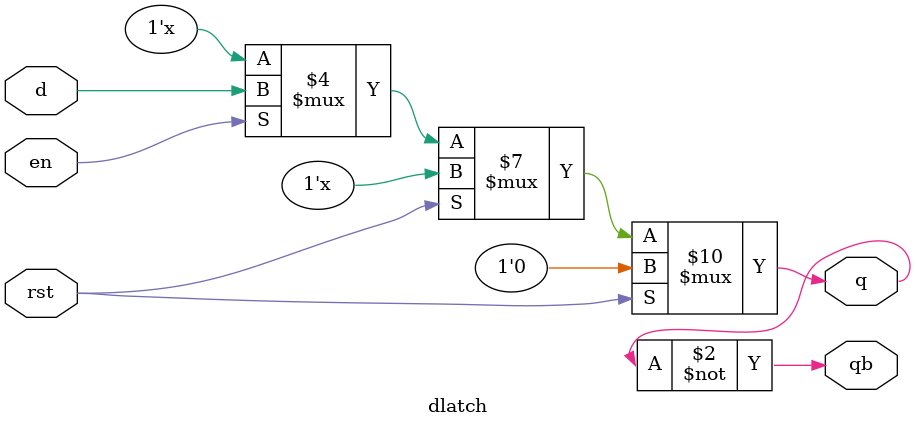
<source format=v>
module dlatch(d,en,rst,q,qb);
  input d,en,rst;
  output q,qb;
  reg q;
  always @(en,rst,d)
    begin 
      if(rst)
        q = 1'b0;
      else
        if(en)
          q = d;
    end
  assign qb = ~q;
endmodule

</source>
